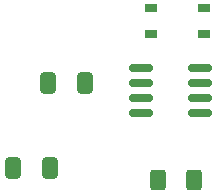
<source format=gbr>
%TF.GenerationSoftware,KiCad,Pcbnew,8.0.6*%
%TF.CreationDate,2024-10-27T16:48:45-04:00*%
%TF.ProjectId,monostable,6d6f6e6f-7374-4616-926c-652e6b696361,rev?*%
%TF.SameCoordinates,Original*%
%TF.FileFunction,Paste,Top*%
%TF.FilePolarity,Positive*%
%FSLAX46Y46*%
G04 Gerber Fmt 4.6, Leading zero omitted, Abs format (unit mm)*
G04 Created by KiCad (PCBNEW 8.0.6) date 2024-10-27 16:48:45*
%MOMM*%
%LPD*%
G01*
G04 APERTURE LIST*
G04 Aperture macros list*
%AMRoundRect*
0 Rectangle with rounded corners*
0 $1 Rounding radius*
0 $2 $3 $4 $5 $6 $7 $8 $9 X,Y pos of 4 corners*
0 Add a 4 corners polygon primitive as box body*
4,1,4,$2,$3,$4,$5,$6,$7,$8,$9,$2,$3,0*
0 Add four circle primitives for the rounded corners*
1,1,$1+$1,$2,$3*
1,1,$1+$1,$4,$5*
1,1,$1+$1,$6,$7*
1,1,$1+$1,$8,$9*
0 Add four rect primitives between the rounded corners*
20,1,$1+$1,$2,$3,$4,$5,0*
20,1,$1+$1,$4,$5,$6,$7,0*
20,1,$1+$1,$6,$7,$8,$9,0*
20,1,$1+$1,$8,$9,$2,$3,0*%
G04 Aperture macros list end*
%ADD10RoundRect,0.150000X-0.825000X-0.150000X0.825000X-0.150000X0.825000X0.150000X-0.825000X0.150000X0*%
%ADD11R,0.990600X0.711200*%
%ADD12RoundRect,0.250000X-0.400000X-0.625000X0.400000X-0.625000X0.400000X0.625000X-0.400000X0.625000X0*%
%ADD13RoundRect,0.250000X-0.412500X-0.650000X0.412500X-0.650000X0.412500X0.650000X-0.412500X0.650000X0*%
G04 APERTURE END LIST*
D10*
%TO.C,U1*%
X137550000Y-44000000D03*
X137550000Y-45270000D03*
X137550000Y-46540000D03*
X137550000Y-47810000D03*
X142500000Y-47810000D03*
X142500000Y-46540000D03*
X142500000Y-45270000D03*
X142500000Y-44000000D03*
%TD*%
D11*
%TO.C,SW1*%
X138330799Y-38966501D03*
X142830801Y-38966501D03*
X138330799Y-41116499D03*
X142830801Y-41116499D03*
%TD*%
D12*
%TO.C,R1*%
X138950000Y-53500000D03*
X142050000Y-53500000D03*
%TD*%
D13*
%TO.C,C2*%
X126687500Y-52500000D03*
X129812500Y-52500000D03*
%TD*%
%TO.C,C1*%
X129687500Y-45250000D03*
X132812500Y-45250000D03*
%TD*%
M02*

</source>
